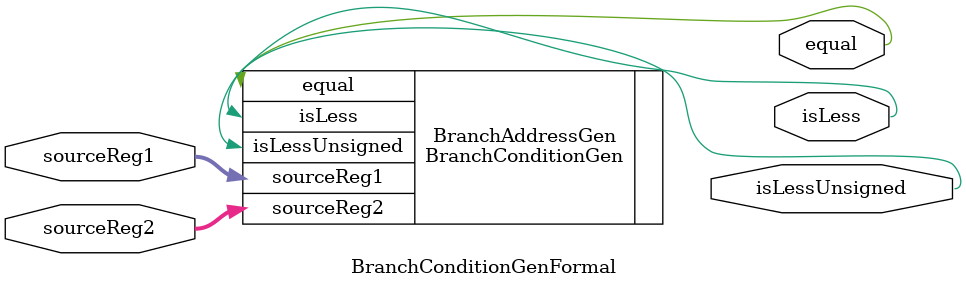
<source format=sv>
`timescale 1ns / 1ps


`include "BranchConditionGen.sv"

module BranchConditionGenFormal(
    // Inputs
    input [31:0] sourceReg1,
    input [31:0] sourceReg2,

    // Outputs
    output equal,
    output isLess,
    output isLessUnsigned 
);

BranchConditionGen BranchAddressGen(
    .sourceReg1(sourceReg1),
    .sourceReg2(sourceReg2),
    .equal(equal),
    .isLess(isLess),
    .isLessUnsigned(isLessUnsigned)
);

always @(*) begin
    // Check for equal condition
    if (sourceReg2 == sourceReg1) begin
        assert(equal == 1'b1);
    end

    // Check for less than 
    if ($signed(sourceReg1) < $signed(sourceReg2)) begin
        assert(isLess == 1'b1);
    end

    // Check for less than unsigned
    if (sourceReg1 < sourceReg2) begin
        assert(isLessUnsigned == 1'b1);
    end
end
endmodule
</source>
